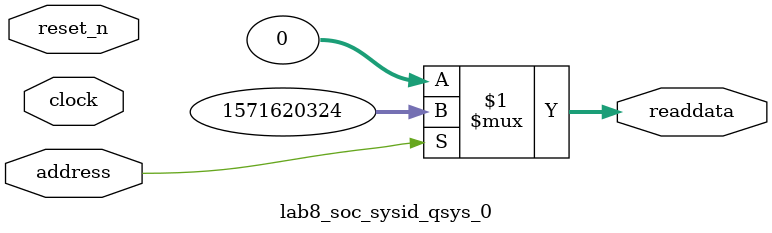
<source format=v>



// synthesis translate_off
`timescale 1ns / 1ps
// synthesis translate_on

// turn off superfluous verilog processor warnings 
// altera message_level Level1 
// altera message_off 10034 10035 10036 10037 10230 10240 10030 

module lab8_soc_sysid_qsys_0 (
               // inputs:
                address,
                clock,
                reset_n,

               // outputs:
                readdata
             )
;

  output  [ 31: 0] readdata;
  input            address;
  input            clock;
  input            reset_n;

  wire    [ 31: 0] readdata;
  //control_slave, which is an e_avalon_slave
  assign readdata = address ? 1571620324 : 0;

endmodule



</source>
